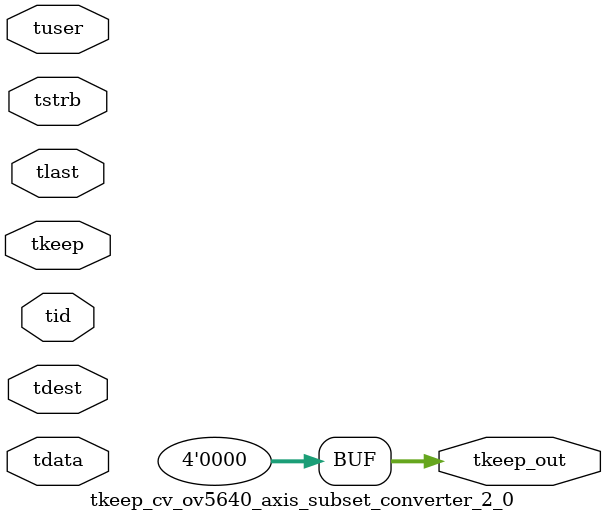
<source format=v>


`timescale 1ps/1ps

module tkeep_cv_ov5640_axis_subset_converter_2_0 #
(
parameter C_S_AXIS_TDATA_WIDTH = 32,
parameter C_S_AXIS_TUSER_WIDTH = 0,
parameter C_S_AXIS_TID_WIDTH   = 0,
parameter C_S_AXIS_TDEST_WIDTH = 0,
parameter C_M_AXIS_TDATA_WIDTH = 32
)
(
input  [(C_S_AXIS_TDATA_WIDTH == 0 ? 1 : C_S_AXIS_TDATA_WIDTH)-1:0     ] tdata,
input  [(C_S_AXIS_TUSER_WIDTH == 0 ? 1 : C_S_AXIS_TUSER_WIDTH)-1:0     ] tuser,
input  [(C_S_AXIS_TID_WIDTH   == 0 ? 1 : C_S_AXIS_TID_WIDTH)-1:0       ] tid,
input  [(C_S_AXIS_TDEST_WIDTH == 0 ? 1 : C_S_AXIS_TDEST_WIDTH)-1:0     ] tdest,
input  [(C_S_AXIS_TDATA_WIDTH/8)-1:0 ] tkeep,
input  [(C_S_AXIS_TDATA_WIDTH/8)-1:0 ] tstrb,
input                                                                    tlast,
output [(C_M_AXIS_TDATA_WIDTH/8)-1:0 ] tkeep_out
);

assign tkeep_out = {1'b0};

endmodule


</source>
